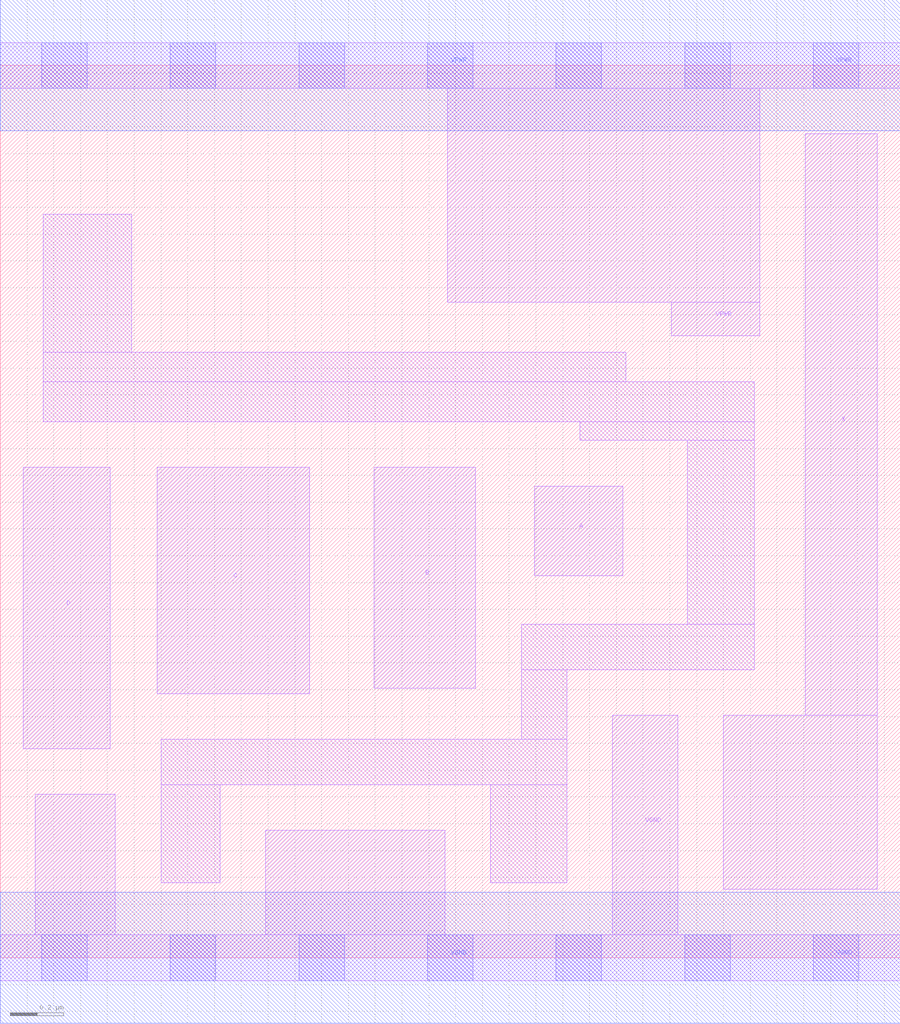
<source format=lef>
# Copyright 2020 The SkyWater PDK Authors
#
# Licensed under the Apache License, Version 2.0 (the "License");
# you may not use this file except in compliance with the License.
# You may obtain a copy of the License at
#
#     https://www.apache.org/licenses/LICENSE-2.0
#
# Unless required by applicable law or agreed to in writing, software
# distributed under the License is distributed on an "AS IS" BASIS,
# WITHOUT WARRANTIES OR CONDITIONS OF ANY KIND, either express or implied.
# See the License for the specific language governing permissions and
# limitations under the License.
#
# SPDX-License-Identifier: Apache-2.0

VERSION 5.7 ;
  NAMESCASESENSITIVE ON ;
  NOWIREEXTENSIONATPIN ON ;
  DIVIDERCHAR "/" ;
  BUSBITCHARS "[]" ;
UNITS
  DATABASE MICRONS 200 ;
END UNITS
MACRO sky130_fd_sc_lp__or4_1
  CLASS CORE ;
  SOURCE USER ;
  FOREIGN sky130_fd_sc_lp__or4_1 ;
  ORIGIN  0.000000  0.000000 ;
  SIZE  3.360000 BY  3.330000 ;
  SYMMETRY X Y R90 ;
  SITE unit ;
  PIN A
    ANTENNAGATEAREA  0.126000 ;
    DIRECTION INPUT ;
    USE SIGNAL ;
    PORT
      LAYER li1 ;
        RECT 1.995000 1.425000 2.325000 1.760000 ;
    END
  END A
  PIN B
    ANTENNAGATEAREA  0.126000 ;
    DIRECTION INPUT ;
    USE SIGNAL ;
    PORT
      LAYER li1 ;
        RECT 1.395000 1.005000 1.775000 1.830000 ;
    END
  END B
  PIN C
    ANTENNAGATEAREA  0.126000 ;
    DIRECTION INPUT ;
    USE SIGNAL ;
    PORT
      LAYER li1 ;
        RECT 0.585000 0.985000 1.155000 1.830000 ;
    END
  END C
  PIN D
    ANTENNAGATEAREA  0.126000 ;
    DIRECTION INPUT ;
    USE SIGNAL ;
    PORT
      LAYER li1 ;
        RECT 0.085000 0.780000 0.410000 1.830000 ;
    END
  END D
  PIN X
    ANTENNADIFFAREA  0.556500 ;
    DIRECTION OUTPUT ;
    USE SIGNAL ;
    PORT
      LAYER li1 ;
        RECT 2.700000 0.255000 3.275000 0.905000 ;
        RECT 3.005000 0.905000 3.275000 3.075000 ;
    END
  END X
  PIN VGND
    DIRECTION INOUT ;
    USE GROUND ;
    PORT
      LAYER li1 ;
        RECT 0.000000 -0.085000 3.360000 0.085000 ;
        RECT 0.130000  0.085000 0.430000 0.610000 ;
        RECT 0.990000  0.085000 1.660000 0.475000 ;
        RECT 2.285000  0.085000 2.530000 0.905000 ;
      LAYER mcon ;
        RECT 0.155000 -0.085000 0.325000 0.085000 ;
        RECT 0.635000 -0.085000 0.805000 0.085000 ;
        RECT 1.115000 -0.085000 1.285000 0.085000 ;
        RECT 1.595000 -0.085000 1.765000 0.085000 ;
        RECT 2.075000 -0.085000 2.245000 0.085000 ;
        RECT 2.555000 -0.085000 2.725000 0.085000 ;
        RECT 3.035000 -0.085000 3.205000 0.085000 ;
      LAYER met1 ;
        RECT 0.000000 -0.245000 3.360000 0.245000 ;
    END
  END VGND
  PIN VPWR
    DIRECTION INOUT ;
    USE POWER ;
    PORT
      LAYER li1 ;
        RECT 0.000000 3.245000 3.360000 3.415000 ;
        RECT 1.670000 2.445000 2.835000 3.245000 ;
        RECT 2.505000 2.320000 2.835000 2.445000 ;
      LAYER mcon ;
        RECT 0.155000 3.245000 0.325000 3.415000 ;
        RECT 0.635000 3.245000 0.805000 3.415000 ;
        RECT 1.115000 3.245000 1.285000 3.415000 ;
        RECT 1.595000 3.245000 1.765000 3.415000 ;
        RECT 2.075000 3.245000 2.245000 3.415000 ;
        RECT 2.555000 3.245000 2.725000 3.415000 ;
        RECT 3.035000 3.245000 3.205000 3.415000 ;
      LAYER met1 ;
        RECT 0.000000 3.085000 3.360000 3.575000 ;
    END
  END VPWR
  OBS
    LAYER li1 ;
      RECT 0.160000 2.000000 2.815000 2.150000 ;
      RECT 0.160000 2.150000 2.335000 2.260000 ;
      RECT 0.160000 2.260000 0.490000 2.775000 ;
      RECT 0.600000 0.280000 0.820000 0.645000 ;
      RECT 0.600000 0.645000 2.115000 0.815000 ;
      RECT 1.830000 0.280000 2.115000 0.645000 ;
      RECT 1.945000 0.815000 2.115000 1.075000 ;
      RECT 1.945000 1.075000 2.815000 1.245000 ;
      RECT 2.165000 1.930000 2.815000 2.000000 ;
      RECT 2.565000 1.245000 2.815000 1.930000 ;
  END
END sky130_fd_sc_lp__or4_1

</source>
